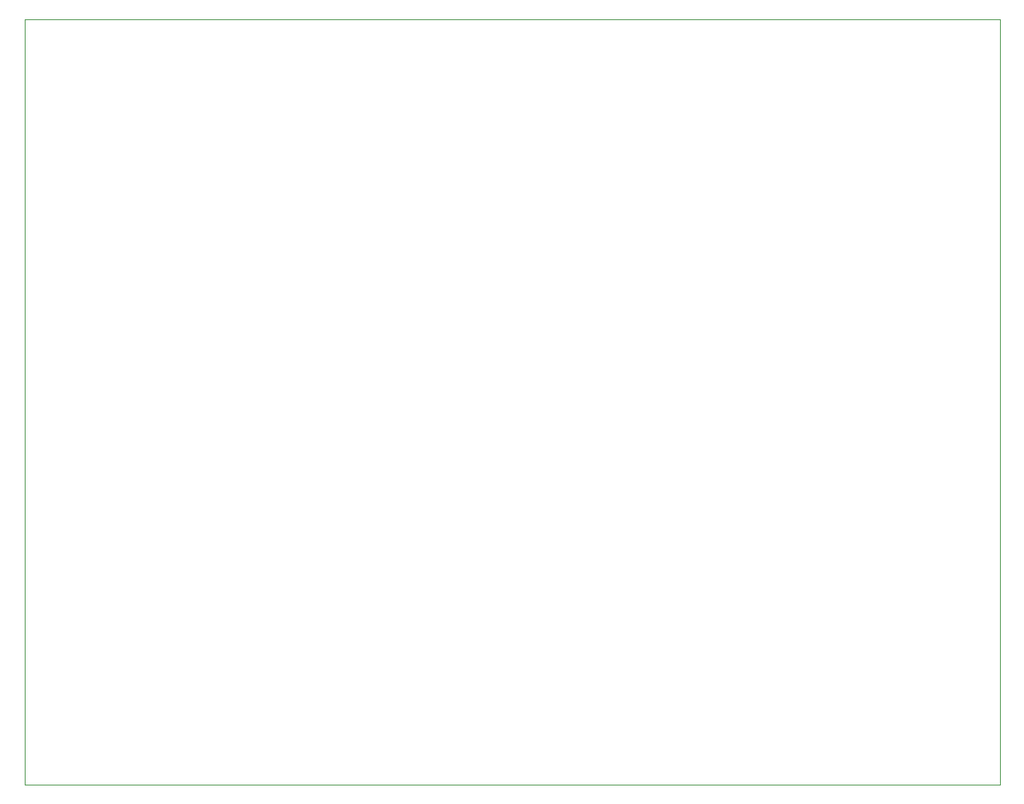
<source format=gm1>
G04 #@! TF.GenerationSoftware,KiCad,Pcbnew,8.0.4*
G04 #@! TF.CreationDate,2025-01-12T21:12:32-06:00*
G04 #@! TF.ProjectId,OctoCom,4f63746f-436f-46d2-9e6b-696361645f70,rev?*
G04 #@! TF.SameCoordinates,Original*
G04 #@! TF.FileFunction,Profile,NP*
%FSLAX46Y46*%
G04 Gerber Fmt 4.6, Leading zero omitted, Abs format (unit mm)*
G04 Created by KiCad (PCBNEW 8.0.4) date 2025-01-12 21:12:32*
%MOMM*%
%LPD*%
G01*
G04 APERTURE LIST*
G04 #@! TA.AperFunction,Profile*
%ADD10C,0.050000*%
G04 #@! TD*
G04 APERTURE END LIST*
D10*
X177800000Y-40640000D02*
X177800000Y-124460000D01*
X177800000Y-124460000D02*
X71120000Y-124460000D01*
X71120000Y-124460000D02*
X71120000Y-40640000D01*
X71120000Y-40640000D02*
X177800000Y-40640000D01*
M02*

</source>
